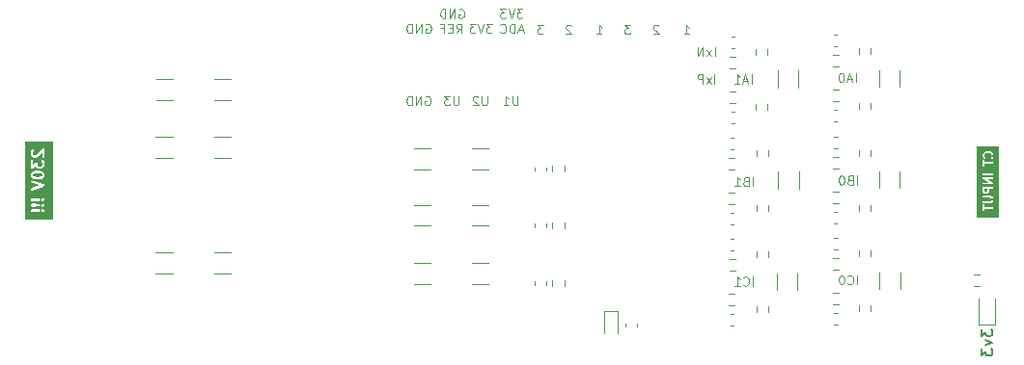
<source format=gbo>
G04 #@! TF.GenerationSoftware,KiCad,Pcbnew,7.0.0-da2b9df05c~163~ubuntu22.04.1*
G04 #@! TF.CreationDate,2023-02-25T14:43:59+01:00*
G04 #@! TF.ProjectId,power_board,706f7765-725f-4626-9f61-72642e6b6963,rev?*
G04 #@! TF.SameCoordinates,Original*
G04 #@! TF.FileFunction,Legend,Bot*
G04 #@! TF.FilePolarity,Positive*
%FSLAX46Y46*%
G04 Gerber Fmt 4.6, Leading zero omitted, Abs format (unit mm)*
G04 Created by KiCad (PCBNEW 7.0.0-da2b9df05c~163~ubuntu22.04.1) date 2023-02-25 14:43:59*
%MOMM*%
%LPD*%
G01*
G04 APERTURE LIST*
%ADD10C,0.200000*%
%ADD11C,0.100000*%
%ADD12C,0.160000*%
%ADD13C,0.150000*%
%ADD14C,0.120000*%
G04 APERTURE END LIST*
D10*
G36*
X108629003Y-99729781D02*
G01*
X108699906Y-99765233D01*
X108724576Y-99789903D01*
X108754380Y-99849511D01*
X108754380Y-99897537D01*
X108724576Y-99957145D01*
X108699906Y-99981814D01*
X108629002Y-100017266D01*
X108461117Y-100059238D01*
X108247645Y-100059238D01*
X108079757Y-100017266D01*
X108008855Y-99981815D01*
X107984185Y-99957145D01*
X107954380Y-99897535D01*
X107954380Y-99849513D01*
X107984185Y-99789902D01*
X108008855Y-99765233D01*
X108079758Y-99729781D01*
X108247644Y-99687810D01*
X108461116Y-99687810D01*
X108629003Y-99729781D01*
G37*
G36*
X109679857Y-103828285D02*
G01*
X107294143Y-103828285D01*
X107294143Y-102989899D01*
X107750423Y-102989899D01*
X107752829Y-103000961D01*
X107751219Y-103012165D01*
X107755921Y-103022462D01*
X107756729Y-103033754D01*
X107761289Y-103039845D01*
X107762907Y-103047282D01*
X107770911Y-103055285D01*
X107775614Y-103065584D01*
X107785137Y-103071704D01*
X107791921Y-103080766D01*
X107799051Y-103083425D01*
X107821545Y-103105918D01*
X107829174Y-103119508D01*
X107854586Y-103132999D01*
X107879847Y-103146792D01*
X107880481Y-103146746D01*
X107881043Y-103147045D01*
X107909726Y-103144654D01*
X107938423Y-103142602D01*
X107938932Y-103142220D01*
X108473423Y-103097679D01*
X108479453Y-103098182D01*
X108483589Y-103097333D01*
X108487807Y-103097333D01*
X108491858Y-103096143D01*
X108496062Y-103095793D01*
X108501695Y-103093616D01*
X108522299Y-103089387D01*
X108525492Y-103086267D01*
X108529775Y-103085010D01*
X108532697Y-103081637D01*
X108536862Y-103080028D01*
X108549265Y-103063046D01*
X108564309Y-103048352D01*
X108565309Y-103044001D01*
X108568232Y-103040628D01*
X108568867Y-103036209D01*
X108571500Y-103032605D01*
X108572753Y-103011615D01*
X108577465Y-102991119D01*
X108577026Y-102989898D01*
X108655185Y-102989898D01*
X108657591Y-103000960D01*
X108655981Y-103012165D01*
X108660683Y-103022462D01*
X108661491Y-103033755D01*
X108666051Y-103039847D01*
X108667669Y-103047281D01*
X108675672Y-103055284D01*
X108680376Y-103065584D01*
X108689899Y-103071704D01*
X108696684Y-103080767D01*
X108703814Y-103083426D01*
X108730989Y-103110601D01*
X108744303Y-103128386D01*
X108765115Y-103136148D01*
X108784607Y-103146792D01*
X108792195Y-103146249D01*
X108799326Y-103148909D01*
X108821033Y-103144186D01*
X108843183Y-103142602D01*
X108849273Y-103138042D01*
X108856709Y-103136425D01*
X108872414Y-103120719D01*
X108890194Y-103107410D01*
X108892853Y-103100280D01*
X108907041Y-103086092D01*
X108910727Y-103085010D01*
X108922916Y-103070942D01*
X108937813Y-103059791D01*
X108941768Y-103049185D01*
X108949184Y-103040628D01*
X108950795Y-103029421D01*
X108956220Y-103019487D01*
X108955677Y-103011896D01*
X108958336Y-103004768D01*
X108955929Y-102993707D01*
X108957541Y-102982501D01*
X108952837Y-102972201D01*
X108952030Y-102960911D01*
X108947470Y-102954820D01*
X108945853Y-102947385D01*
X108937849Y-102939381D01*
X108933146Y-102929082D01*
X108923620Y-102922960D01*
X108916838Y-102913900D01*
X108909708Y-102911240D01*
X108882528Y-102884060D01*
X108869219Y-102866281D01*
X108848412Y-102858520D01*
X108828915Y-102847874D01*
X108821324Y-102848416D01*
X108814196Y-102845758D01*
X108792496Y-102850478D01*
X108770339Y-102852063D01*
X108764246Y-102856623D01*
X108756813Y-102858241D01*
X108741111Y-102873942D01*
X108723327Y-102887256D01*
X108720667Y-102894386D01*
X108706480Y-102908573D01*
X108702795Y-102909656D01*
X108690607Y-102923721D01*
X108675708Y-102934875D01*
X108671751Y-102945482D01*
X108664338Y-102954038D01*
X108662726Y-102965244D01*
X108657302Y-102975179D01*
X108657844Y-102982767D01*
X108655185Y-102989898D01*
X108577026Y-102989898D01*
X108575953Y-102986917D01*
X108576589Y-102982501D01*
X108574734Y-102978440D01*
X108575001Y-102973985D01*
X108564708Y-102955649D01*
X108557590Y-102935859D01*
X108554048Y-102933142D01*
X108552194Y-102929082D01*
X108548438Y-102926668D01*
X108546254Y-102922777D01*
X108527679Y-102912916D01*
X108510994Y-102900117D01*
X108506546Y-102899746D01*
X108502791Y-102897333D01*
X108498327Y-102897333D01*
X108494385Y-102895240D01*
X108473427Y-102896986D01*
X107924037Y-102851203D01*
X107909436Y-102845757D01*
X107881326Y-102851871D01*
X107853129Y-102857660D01*
X107852673Y-102858105D01*
X107852053Y-102858240D01*
X107831713Y-102878579D01*
X107811119Y-102898696D01*
X107810976Y-102899315D01*
X107801717Y-102908574D01*
X107798033Y-102909656D01*
X107785843Y-102923723D01*
X107770946Y-102934876D01*
X107766990Y-102945481D01*
X107759576Y-102954038D01*
X107757965Y-102965242D01*
X107752540Y-102975178D01*
X107753082Y-102982767D01*
X107750423Y-102989899D01*
X107294143Y-102989899D01*
X107294143Y-102513709D01*
X107750423Y-102513709D01*
X107752829Y-102524771D01*
X107751219Y-102535975D01*
X107755921Y-102546272D01*
X107756729Y-102557564D01*
X107761289Y-102563655D01*
X107762907Y-102571092D01*
X107770911Y-102579095D01*
X107775614Y-102589394D01*
X107785137Y-102595514D01*
X107791921Y-102604576D01*
X107799051Y-102607235D01*
X107821545Y-102629728D01*
X107829174Y-102643318D01*
X107854586Y-102656809D01*
X107879847Y-102670602D01*
X107880481Y-102670556D01*
X107881043Y-102670855D01*
X107909726Y-102668464D01*
X107938423Y-102666412D01*
X107938932Y-102666030D01*
X108473423Y-102621489D01*
X108479453Y-102621992D01*
X108483589Y-102621143D01*
X108487807Y-102621143D01*
X108491858Y-102619953D01*
X108496062Y-102619603D01*
X108501695Y-102617426D01*
X108522299Y-102613197D01*
X108525492Y-102610077D01*
X108529775Y-102608820D01*
X108532697Y-102605447D01*
X108536862Y-102603838D01*
X108549265Y-102586856D01*
X108564309Y-102572162D01*
X108565309Y-102567811D01*
X108568232Y-102564438D01*
X108568867Y-102560019D01*
X108571500Y-102556415D01*
X108572753Y-102535425D01*
X108577465Y-102514929D01*
X108577026Y-102513708D01*
X108655185Y-102513708D01*
X108657591Y-102524770D01*
X108655981Y-102535975D01*
X108660683Y-102546272D01*
X108661491Y-102557565D01*
X108666051Y-102563657D01*
X108667669Y-102571091D01*
X108675672Y-102579094D01*
X108680376Y-102589394D01*
X108689899Y-102595514D01*
X108696684Y-102604577D01*
X108703814Y-102607236D01*
X108730989Y-102634411D01*
X108744303Y-102652196D01*
X108765115Y-102659958D01*
X108784607Y-102670602D01*
X108792195Y-102670059D01*
X108799326Y-102672719D01*
X108821033Y-102667996D01*
X108843183Y-102666412D01*
X108849273Y-102661852D01*
X108856709Y-102660235D01*
X108872414Y-102644529D01*
X108890194Y-102631220D01*
X108892853Y-102624090D01*
X108907041Y-102609902D01*
X108910727Y-102608820D01*
X108922916Y-102594752D01*
X108937813Y-102583601D01*
X108941768Y-102572995D01*
X108949184Y-102564438D01*
X108950795Y-102553231D01*
X108956220Y-102543297D01*
X108955677Y-102535706D01*
X108958336Y-102528578D01*
X108955929Y-102517517D01*
X108957541Y-102506311D01*
X108952837Y-102496011D01*
X108952030Y-102484721D01*
X108947470Y-102478630D01*
X108945853Y-102471195D01*
X108937849Y-102463191D01*
X108933146Y-102452892D01*
X108923620Y-102446770D01*
X108916838Y-102437710D01*
X108909708Y-102435050D01*
X108882528Y-102407870D01*
X108869219Y-102390091D01*
X108848412Y-102382330D01*
X108828915Y-102371684D01*
X108821324Y-102372226D01*
X108814196Y-102369568D01*
X108792496Y-102374288D01*
X108770339Y-102375873D01*
X108764246Y-102380433D01*
X108756813Y-102382051D01*
X108741111Y-102397752D01*
X108723327Y-102411066D01*
X108720667Y-102418196D01*
X108706480Y-102432383D01*
X108702795Y-102433466D01*
X108690607Y-102447531D01*
X108675708Y-102458685D01*
X108671751Y-102469292D01*
X108664338Y-102477848D01*
X108662726Y-102489054D01*
X108657302Y-102498989D01*
X108657844Y-102506577D01*
X108655185Y-102513708D01*
X108577026Y-102513708D01*
X108575953Y-102510727D01*
X108576589Y-102506311D01*
X108574734Y-102502250D01*
X108575001Y-102497795D01*
X108564708Y-102479459D01*
X108557590Y-102459669D01*
X108554048Y-102456952D01*
X108552194Y-102452892D01*
X108548438Y-102450478D01*
X108546254Y-102446587D01*
X108527679Y-102436726D01*
X108510994Y-102423927D01*
X108506546Y-102423556D01*
X108502791Y-102421143D01*
X108498327Y-102421143D01*
X108494385Y-102419050D01*
X108473427Y-102420796D01*
X107924037Y-102375013D01*
X107909436Y-102369567D01*
X107881326Y-102375681D01*
X107853129Y-102381470D01*
X107852673Y-102381915D01*
X107852053Y-102382050D01*
X107831713Y-102402389D01*
X107811119Y-102422506D01*
X107810976Y-102423125D01*
X107801717Y-102432384D01*
X107798033Y-102433466D01*
X107785843Y-102447533D01*
X107770946Y-102458686D01*
X107766990Y-102469291D01*
X107759576Y-102477848D01*
X107757965Y-102489052D01*
X107752540Y-102498988D01*
X107753082Y-102506577D01*
X107750423Y-102513709D01*
X107294143Y-102513709D01*
X107294143Y-102037519D01*
X107750423Y-102037519D01*
X107752829Y-102048581D01*
X107751219Y-102059785D01*
X107755921Y-102070082D01*
X107756729Y-102081374D01*
X107761289Y-102087465D01*
X107762907Y-102094902D01*
X107770911Y-102102905D01*
X107775614Y-102113204D01*
X107785137Y-102119324D01*
X107791921Y-102128386D01*
X107799051Y-102131045D01*
X107821545Y-102153538D01*
X107829174Y-102167128D01*
X107854586Y-102180619D01*
X107879847Y-102194412D01*
X107880481Y-102194366D01*
X107881043Y-102194665D01*
X107909726Y-102192274D01*
X107938423Y-102190222D01*
X107938932Y-102189840D01*
X108473423Y-102145299D01*
X108479453Y-102145802D01*
X108483589Y-102144953D01*
X108487807Y-102144953D01*
X108491858Y-102143763D01*
X108496062Y-102143413D01*
X108501695Y-102141236D01*
X108522299Y-102137007D01*
X108525492Y-102133887D01*
X108529775Y-102132630D01*
X108532697Y-102129257D01*
X108536862Y-102127648D01*
X108549265Y-102110666D01*
X108564309Y-102095972D01*
X108565309Y-102091621D01*
X108568232Y-102088248D01*
X108568867Y-102083829D01*
X108571500Y-102080225D01*
X108572753Y-102059235D01*
X108577465Y-102038739D01*
X108577026Y-102037518D01*
X108655185Y-102037518D01*
X108657591Y-102048580D01*
X108655981Y-102059785D01*
X108660683Y-102070082D01*
X108661491Y-102081375D01*
X108666051Y-102087467D01*
X108667669Y-102094901D01*
X108675672Y-102102904D01*
X108680376Y-102113204D01*
X108689899Y-102119324D01*
X108696684Y-102128387D01*
X108703814Y-102131046D01*
X108730989Y-102158221D01*
X108744303Y-102176006D01*
X108765115Y-102183768D01*
X108784607Y-102194412D01*
X108792195Y-102193869D01*
X108799326Y-102196529D01*
X108821033Y-102191806D01*
X108843183Y-102190222D01*
X108849273Y-102185662D01*
X108856709Y-102184045D01*
X108872414Y-102168339D01*
X108890194Y-102155030D01*
X108892853Y-102147900D01*
X108907041Y-102133712D01*
X108910727Y-102132630D01*
X108922916Y-102118562D01*
X108937813Y-102107411D01*
X108941768Y-102096805D01*
X108949184Y-102088248D01*
X108950795Y-102077041D01*
X108956220Y-102067107D01*
X108955677Y-102059516D01*
X108958336Y-102052388D01*
X108955929Y-102041327D01*
X108957541Y-102030121D01*
X108952837Y-102019821D01*
X108952030Y-102008531D01*
X108947470Y-102002440D01*
X108945853Y-101995005D01*
X108937849Y-101987001D01*
X108933146Y-101976702D01*
X108923620Y-101970580D01*
X108916838Y-101961520D01*
X108909708Y-101958860D01*
X108882528Y-101931680D01*
X108869219Y-101913901D01*
X108848412Y-101906140D01*
X108828915Y-101895494D01*
X108821324Y-101896036D01*
X108814196Y-101893378D01*
X108792496Y-101898098D01*
X108770339Y-101899683D01*
X108764246Y-101904243D01*
X108756813Y-101905861D01*
X108741111Y-101921562D01*
X108723327Y-101934876D01*
X108720667Y-101942006D01*
X108706480Y-101956193D01*
X108702795Y-101957276D01*
X108690607Y-101971341D01*
X108675708Y-101982495D01*
X108671751Y-101993102D01*
X108664338Y-102001658D01*
X108662726Y-102012864D01*
X108657302Y-102022799D01*
X108657844Y-102030387D01*
X108655185Y-102037518D01*
X108577026Y-102037518D01*
X108575953Y-102034537D01*
X108576589Y-102030121D01*
X108574734Y-102026060D01*
X108575001Y-102021605D01*
X108564708Y-102003269D01*
X108557590Y-101983479D01*
X108554048Y-101980762D01*
X108552194Y-101976702D01*
X108548438Y-101974288D01*
X108546254Y-101970397D01*
X108527679Y-101960536D01*
X108510994Y-101947737D01*
X108506546Y-101947366D01*
X108502791Y-101944953D01*
X108498327Y-101944953D01*
X108494385Y-101942860D01*
X108473427Y-101944606D01*
X107924037Y-101898823D01*
X107909436Y-101893377D01*
X107881326Y-101899491D01*
X107853129Y-101905280D01*
X107852673Y-101905725D01*
X107852053Y-101905860D01*
X107831713Y-101926199D01*
X107811119Y-101946316D01*
X107810976Y-101946935D01*
X107801717Y-101956194D01*
X107798033Y-101957276D01*
X107785843Y-101971343D01*
X107770946Y-101982496D01*
X107766990Y-101993101D01*
X107759576Y-102001658D01*
X107757965Y-102012862D01*
X107752540Y-102022798D01*
X107753082Y-102030387D01*
X107750423Y-102037519D01*
X107294143Y-102037519D01*
X107294143Y-101100525D01*
X107750750Y-101100525D01*
X107761203Y-101158312D01*
X107801239Y-101201276D01*
X107858147Y-101215773D01*
X108868840Y-100878874D01*
X108880109Y-100879282D01*
X108896160Y-100869767D01*
X108899643Y-100868607D01*
X108908475Y-100862468D01*
X108930627Y-100849339D01*
X108932368Y-100845863D01*
X108935561Y-100843645D01*
X108945405Y-100819848D01*
X108956937Y-100796837D01*
X108956523Y-100792973D01*
X108958010Y-100789380D01*
X108953426Y-100764042D01*
X108950686Y-100738445D01*
X108948247Y-100735416D01*
X108947556Y-100731593D01*
X108930009Y-100712763D01*
X108913859Y-100692703D01*
X108910170Y-100691473D01*
X108907521Y-100688630D01*
X108882570Y-100682273D01*
X107872362Y-100345538D01*
X107828650Y-100343957D01*
X107778132Y-100373900D01*
X107751823Y-100426402D01*
X107758073Y-100484794D01*
X107794901Y-100530536D01*
X108538151Y-100778285D01*
X107809116Y-101021298D01*
X107773199Y-101046260D01*
X107750750Y-101100525D01*
X107294143Y-101100525D01*
X107294143Y-99837092D01*
X107750760Y-99837092D01*
X107754380Y-99845820D01*
X107754380Y-99915759D01*
X107751806Y-99939602D01*
X107760944Y-99957879D01*
X107766703Y-99977490D01*
X107773844Y-99983677D01*
X107806950Y-100049889D01*
X107810527Y-100066329D01*
X107829997Y-100085799D01*
X107848779Y-100105990D01*
X107850672Y-100106474D01*
X107870042Y-100125844D01*
X107878635Y-100140311D01*
X107903271Y-100152629D01*
X107927465Y-100165840D01*
X107929413Y-100165700D01*
X107984203Y-100193095D01*
X107992117Y-100201512D01*
X108009955Y-100205971D01*
X108012996Y-100207492D01*
X108023850Y-100209445D01*
X108195113Y-100252261D01*
X108205970Y-100259238D01*
X108223021Y-100259238D01*
X108225029Y-100259740D01*
X108237375Y-100259238D01*
X108456969Y-100259238D01*
X108469195Y-100263374D01*
X108485739Y-100259238D01*
X108487807Y-100259238D01*
X108499657Y-100255758D01*
X108670877Y-100212953D01*
X108682362Y-100214193D01*
X108698805Y-100205971D01*
X108702107Y-100205146D01*
X108711627Y-100199560D01*
X108792647Y-100159050D01*
X108809090Y-100155473D01*
X108828569Y-100135993D01*
X108848750Y-100117222D01*
X108849234Y-100115328D01*
X108868605Y-100095957D01*
X108883072Y-100087365D01*
X108895390Y-100062728D01*
X108908601Y-100038535D01*
X108908461Y-100036586D01*
X108941414Y-99970681D01*
X108954380Y-99950506D01*
X108954380Y-99930071D01*
X108958000Y-99909955D01*
X108954380Y-99901227D01*
X108954380Y-99831289D01*
X108956954Y-99807446D01*
X108947815Y-99789168D01*
X108942057Y-99769558D01*
X108934915Y-99763370D01*
X108901810Y-99697159D01*
X108898234Y-99680719D01*
X108878759Y-99661244D01*
X108859983Y-99641058D01*
X108858088Y-99640573D01*
X108838718Y-99621203D01*
X108830126Y-99606737D01*
X108805491Y-99594419D01*
X108781296Y-99581208D01*
X108779346Y-99581347D01*
X108724558Y-99553953D01*
X108716644Y-99545536D01*
X108698804Y-99541076D01*
X108695764Y-99539556D01*
X108684912Y-99537603D01*
X108513647Y-99494786D01*
X108502791Y-99487810D01*
X108485740Y-99487810D01*
X108483732Y-99487308D01*
X108471386Y-99487810D01*
X108251792Y-99487810D01*
X108239566Y-99483674D01*
X108223022Y-99487810D01*
X108220954Y-99487810D01*
X108209103Y-99491289D01*
X108037882Y-99534094D01*
X108026398Y-99532855D01*
X108009954Y-99541076D01*
X108006654Y-99541902D01*
X107997137Y-99547485D01*
X107916111Y-99587998D01*
X107899671Y-99591575D01*
X107880196Y-99611049D01*
X107860010Y-99629826D01*
X107859525Y-99631720D01*
X107840156Y-99651089D01*
X107825690Y-99659682D01*
X107813373Y-99684314D01*
X107800160Y-99708513D01*
X107800299Y-99710461D01*
X107767346Y-99776365D01*
X107754380Y-99796542D01*
X107754380Y-99816977D01*
X107750760Y-99837092D01*
X107294143Y-99837092D01*
X107294143Y-99177978D01*
X107754239Y-99177978D01*
X107754380Y-99207134D01*
X107754380Y-99221236D01*
X107754449Y-99221472D01*
X107754523Y-99236703D01*
X107762550Y-99249062D01*
X107766703Y-99263204D01*
X107778214Y-99273178D01*
X107786510Y-99285951D01*
X107799945Y-99292008D01*
X107811085Y-99301661D01*
X107826160Y-99303828D01*
X107840046Y-99310089D01*
X107854624Y-99307920D01*
X107869212Y-99310018D01*
X107883067Y-99303690D01*
X107898132Y-99301450D01*
X107909221Y-99291746D01*
X107922631Y-99285623D01*
X107930867Y-99272806D01*
X108153621Y-99077897D01*
X108154797Y-99078916D01*
X108187901Y-99145124D01*
X108191479Y-99161567D01*
X108210958Y-99181046D01*
X108229730Y-99201227D01*
X108231623Y-99201711D01*
X108250994Y-99221082D01*
X108259587Y-99235549D01*
X108284223Y-99247867D01*
X108308417Y-99261078D01*
X108310365Y-99260938D01*
X108376270Y-99293891D01*
X108396446Y-99306857D01*
X108416881Y-99306857D01*
X108436997Y-99310477D01*
X108445725Y-99306857D01*
X108658519Y-99306857D01*
X108682362Y-99309431D01*
X108700638Y-99300292D01*
X108720251Y-99294534D01*
X108726439Y-99287392D01*
X108792647Y-99254288D01*
X108809090Y-99250711D01*
X108828569Y-99231231D01*
X108848750Y-99212460D01*
X108849234Y-99210566D01*
X108868605Y-99191195D01*
X108883072Y-99182603D01*
X108895390Y-99157966D01*
X108908601Y-99133773D01*
X108908461Y-99131824D01*
X108941414Y-99065919D01*
X108954380Y-99045744D01*
X108954380Y-99025309D01*
X108958000Y-99005193D01*
X108954380Y-98996465D01*
X108954380Y-98736051D01*
X108956954Y-98712208D01*
X108947815Y-98693930D01*
X108942057Y-98674320D01*
X108934915Y-98668132D01*
X108901810Y-98601921D01*
X108898234Y-98585481D01*
X108878759Y-98566006D01*
X108859983Y-98545820D01*
X108858088Y-98545335D01*
X108819685Y-98506932D01*
X108781296Y-98485970D01*
X108722720Y-98490159D01*
X108675708Y-98525352D01*
X108655185Y-98580375D01*
X108667669Y-98637758D01*
X108724576Y-98694665D01*
X108754380Y-98754273D01*
X108754380Y-98992775D01*
X108724576Y-99052383D01*
X108699906Y-99077052D01*
X108640298Y-99106857D01*
X108449415Y-99106857D01*
X108389807Y-99077053D01*
X108365137Y-99052383D01*
X108335333Y-98992775D01*
X108335333Y-98902625D01*
X108335474Y-98902403D01*
X108335333Y-98873144D01*
X108335333Y-98859145D01*
X108335264Y-98858911D01*
X108335191Y-98843678D01*
X108327161Y-98831316D01*
X108323010Y-98817177D01*
X108311499Y-98807203D01*
X108303203Y-98794430D01*
X108289767Y-98788372D01*
X108278628Y-98778720D01*
X108263552Y-98776552D01*
X108249667Y-98770292D01*
X108235087Y-98772460D01*
X108220501Y-98770363D01*
X108206647Y-98776689D01*
X108191581Y-98778930D01*
X108180489Y-98788635D01*
X108167082Y-98794758D01*
X108158846Y-98807572D01*
X107954380Y-98986480D01*
X107954380Y-98573431D01*
X107942057Y-98531463D01*
X107897675Y-98493006D01*
X107839548Y-98484649D01*
X107786129Y-98509044D01*
X107754380Y-98558447D01*
X107754380Y-99177756D01*
X107754239Y-99177978D01*
X107294143Y-99177978D01*
X107294143Y-97837092D01*
X107750760Y-97837092D01*
X107754380Y-97845820D01*
X107754380Y-98058616D01*
X107751806Y-98082459D01*
X107760944Y-98100736D01*
X107766703Y-98120347D01*
X107773844Y-98126534D01*
X107806950Y-98192746D01*
X107810527Y-98209186D01*
X107829997Y-98228656D01*
X107848779Y-98248847D01*
X107850672Y-98249331D01*
X107870042Y-98268701D01*
X107878635Y-98283168D01*
X107903271Y-98295486D01*
X107927465Y-98308697D01*
X107929413Y-98308557D01*
X107995318Y-98341510D01*
X108015494Y-98354476D01*
X108035929Y-98354476D01*
X108056045Y-98358096D01*
X108064773Y-98354476D01*
X108127555Y-98354476D01*
X108143862Y-98358630D01*
X108170001Y-98349916D01*
X108196442Y-98342153D01*
X108197721Y-98340676D01*
X108309462Y-98303429D01*
X108332900Y-98298330D01*
X108347350Y-98283879D01*
X108364133Y-98272216D01*
X108367744Y-98263485D01*
X108754380Y-97876850D01*
X108754380Y-98268855D01*
X108766703Y-98310823D01*
X108811085Y-98349280D01*
X108869212Y-98357637D01*
X108922631Y-98333242D01*
X108954380Y-98283839D01*
X108954380Y-97660953D01*
X108956220Y-97657583D01*
X108954380Y-97631854D01*
X108954380Y-97621050D01*
X108953358Y-97617571D01*
X108952031Y-97599007D01*
X108945246Y-97589944D01*
X108942057Y-97579082D01*
X108927990Y-97566893D01*
X108916838Y-97551996D01*
X108906232Y-97548040D01*
X108897675Y-97540625D01*
X108879252Y-97537976D01*
X108861815Y-97531472D01*
X108850752Y-97533878D01*
X108839548Y-97532268D01*
X108822617Y-97539999D01*
X108804432Y-97543956D01*
X108796428Y-97551959D01*
X108786129Y-97556663D01*
X108776065Y-97572322D01*
X108228934Y-98119453D01*
X108123868Y-98154476D01*
X108068463Y-98154476D01*
X108008855Y-98124672D01*
X107984185Y-98100002D01*
X107954380Y-98040392D01*
X107954380Y-97849513D01*
X107984185Y-97789902D01*
X108030497Y-97743591D01*
X108051459Y-97705202D01*
X108047269Y-97646626D01*
X108012077Y-97599615D01*
X107957054Y-97579092D01*
X107899671Y-97591575D01*
X107840156Y-97651089D01*
X107825690Y-97659682D01*
X107813373Y-97684314D01*
X107800160Y-97708513D01*
X107800299Y-97710461D01*
X107767346Y-97776365D01*
X107754380Y-97796542D01*
X107754380Y-97816977D01*
X107750760Y-97837092D01*
X107294143Y-97837092D01*
X107294143Y-96899715D01*
X109679857Y-96899715D01*
X109679857Y-103828285D01*
G37*
D11*
X180245523Y-100714904D02*
X180245523Y-99914904D01*
X179597905Y-100295857D02*
X179483619Y-100333952D01*
X179483619Y-100333952D02*
X179445524Y-100372047D01*
X179445524Y-100372047D02*
X179407428Y-100448238D01*
X179407428Y-100448238D02*
X179407428Y-100562523D01*
X179407428Y-100562523D02*
X179445524Y-100638714D01*
X179445524Y-100638714D02*
X179483619Y-100676809D01*
X179483619Y-100676809D02*
X179559809Y-100714904D01*
X179559809Y-100714904D02*
X179864571Y-100714904D01*
X179864571Y-100714904D02*
X179864571Y-99914904D01*
X179864571Y-99914904D02*
X179597905Y-99914904D01*
X179597905Y-99914904D02*
X179521714Y-99953000D01*
X179521714Y-99953000D02*
X179483619Y-99991095D01*
X179483619Y-99991095D02*
X179445524Y-100067285D01*
X179445524Y-100067285D02*
X179445524Y-100143476D01*
X179445524Y-100143476D02*
X179483619Y-100219666D01*
X179483619Y-100219666D02*
X179521714Y-100257761D01*
X179521714Y-100257761D02*
X179597905Y-100295857D01*
X179597905Y-100295857D02*
X179864571Y-100295857D01*
X178912190Y-99914904D02*
X178836000Y-99914904D01*
X178836000Y-99914904D02*
X178759809Y-99953000D01*
X178759809Y-99953000D02*
X178721714Y-99991095D01*
X178721714Y-99991095D02*
X178683619Y-100067285D01*
X178683619Y-100067285D02*
X178645524Y-100219666D01*
X178645524Y-100219666D02*
X178645524Y-100410142D01*
X178645524Y-100410142D02*
X178683619Y-100562523D01*
X178683619Y-100562523D02*
X178721714Y-100638714D01*
X178721714Y-100638714D02*
X178759809Y-100676809D01*
X178759809Y-100676809D02*
X178836000Y-100714904D01*
X178836000Y-100714904D02*
X178912190Y-100714904D01*
X178912190Y-100714904D02*
X178988381Y-100676809D01*
X178988381Y-100676809D02*
X179026476Y-100638714D01*
X179026476Y-100638714D02*
X179064571Y-100562523D01*
X179064571Y-100562523D02*
X179102667Y-100410142D01*
X179102667Y-100410142D02*
X179102667Y-100219666D01*
X179102667Y-100219666D02*
X179064571Y-100067285D01*
X179064571Y-100067285D02*
X179026476Y-99991095D01*
X179026476Y-99991095D02*
X178988381Y-99953000D01*
X178988381Y-99953000D02*
X178912190Y-99914904D01*
X167723094Y-91824904D02*
X167723094Y-91024904D01*
X167418333Y-91824904D02*
X166999285Y-91291571D01*
X167418333Y-91291571D02*
X166999285Y-91824904D01*
X166694523Y-91824904D02*
X166694523Y-91024904D01*
X166694523Y-91024904D02*
X166389761Y-91024904D01*
X166389761Y-91024904D02*
X166313571Y-91063000D01*
X166313571Y-91063000D02*
X166275476Y-91101095D01*
X166275476Y-91101095D02*
X166237380Y-91177285D01*
X166237380Y-91177285D02*
X166237380Y-91291571D01*
X166237380Y-91291571D02*
X166275476Y-91367761D01*
X166275476Y-91367761D02*
X166313571Y-91405857D01*
X166313571Y-91405857D02*
X166389761Y-91443952D01*
X166389761Y-91443952D02*
X166694523Y-91443952D01*
X145294923Y-92929904D02*
X145294923Y-93577523D01*
X145294923Y-93577523D02*
X145256828Y-93653714D01*
X145256828Y-93653714D02*
X145218733Y-93691809D01*
X145218733Y-93691809D02*
X145142542Y-93729904D01*
X145142542Y-93729904D02*
X144990161Y-93729904D01*
X144990161Y-93729904D02*
X144913971Y-93691809D01*
X144913971Y-93691809D02*
X144875876Y-93653714D01*
X144875876Y-93653714D02*
X144837780Y-93577523D01*
X144837780Y-93577523D02*
X144837780Y-92929904D01*
X144533019Y-92929904D02*
X144037781Y-92929904D01*
X144037781Y-92929904D02*
X144304447Y-93234666D01*
X144304447Y-93234666D02*
X144190162Y-93234666D01*
X144190162Y-93234666D02*
X144113971Y-93272761D01*
X144113971Y-93272761D02*
X144075876Y-93310857D01*
X144075876Y-93310857D02*
X144037781Y-93387047D01*
X144037781Y-93387047D02*
X144037781Y-93577523D01*
X144037781Y-93577523D02*
X144075876Y-93653714D01*
X144075876Y-93653714D02*
X144113971Y-93691809D01*
X144113971Y-93691809D02*
X144190162Y-93729904D01*
X144190162Y-93729904D02*
X144418733Y-93729904D01*
X144418733Y-93729904D02*
X144494924Y-93691809D01*
X144494924Y-93691809D02*
X144533019Y-93653714D01*
X155151924Y-86755895D02*
X155113828Y-86717800D01*
X155113828Y-86717800D02*
X155037638Y-86679704D01*
X155037638Y-86679704D02*
X154847162Y-86679704D01*
X154847162Y-86679704D02*
X154770971Y-86717800D01*
X154770971Y-86717800D02*
X154732876Y-86755895D01*
X154732876Y-86755895D02*
X154694781Y-86832085D01*
X154694781Y-86832085D02*
X154694781Y-86908276D01*
X154694781Y-86908276D02*
X154732876Y-87022561D01*
X154732876Y-87022561D02*
X155190019Y-87479704D01*
X155190019Y-87479704D02*
X154694781Y-87479704D01*
X171101523Y-100841904D02*
X171101523Y-100041904D01*
X170453905Y-100422857D02*
X170339619Y-100460952D01*
X170339619Y-100460952D02*
X170301524Y-100499047D01*
X170301524Y-100499047D02*
X170263428Y-100575238D01*
X170263428Y-100575238D02*
X170263428Y-100689523D01*
X170263428Y-100689523D02*
X170301524Y-100765714D01*
X170301524Y-100765714D02*
X170339619Y-100803809D01*
X170339619Y-100803809D02*
X170415809Y-100841904D01*
X170415809Y-100841904D02*
X170720571Y-100841904D01*
X170720571Y-100841904D02*
X170720571Y-100041904D01*
X170720571Y-100041904D02*
X170453905Y-100041904D01*
X170453905Y-100041904D02*
X170377714Y-100080000D01*
X170377714Y-100080000D02*
X170339619Y-100118095D01*
X170339619Y-100118095D02*
X170301524Y-100194285D01*
X170301524Y-100194285D02*
X170301524Y-100270476D01*
X170301524Y-100270476D02*
X170339619Y-100346666D01*
X170339619Y-100346666D02*
X170377714Y-100384761D01*
X170377714Y-100384761D02*
X170453905Y-100422857D01*
X170453905Y-100422857D02*
X170720571Y-100422857D01*
X169501524Y-100841904D02*
X169958667Y-100841904D01*
X169730095Y-100841904D02*
X169730095Y-100041904D01*
X169730095Y-100041904D02*
X169806286Y-100156190D01*
X169806286Y-100156190D02*
X169882476Y-100232380D01*
X169882476Y-100232380D02*
X169958667Y-100270476D01*
X145347371Y-85320200D02*
X145423561Y-85282104D01*
X145423561Y-85282104D02*
X145537847Y-85282104D01*
X145537847Y-85282104D02*
X145652133Y-85320200D01*
X145652133Y-85320200D02*
X145728323Y-85396390D01*
X145728323Y-85396390D02*
X145766418Y-85472580D01*
X145766418Y-85472580D02*
X145804514Y-85624961D01*
X145804514Y-85624961D02*
X145804514Y-85739247D01*
X145804514Y-85739247D02*
X145766418Y-85891628D01*
X145766418Y-85891628D02*
X145728323Y-85967819D01*
X145728323Y-85967819D02*
X145652133Y-86044009D01*
X145652133Y-86044009D02*
X145537847Y-86082104D01*
X145537847Y-86082104D02*
X145461656Y-86082104D01*
X145461656Y-86082104D02*
X145347371Y-86044009D01*
X145347371Y-86044009D02*
X145309275Y-86005914D01*
X145309275Y-86005914D02*
X145309275Y-85739247D01*
X145309275Y-85739247D02*
X145461656Y-85739247D01*
X144966418Y-86082104D02*
X144966418Y-85282104D01*
X144966418Y-85282104D02*
X144509275Y-86082104D01*
X144509275Y-86082104D02*
X144509275Y-85282104D01*
X144128323Y-86082104D02*
X144128323Y-85282104D01*
X144128323Y-85282104D02*
X143937847Y-85282104D01*
X143937847Y-85282104D02*
X143823561Y-85320200D01*
X143823561Y-85320200D02*
X143747371Y-85396390D01*
X143747371Y-85396390D02*
X143709276Y-85472580D01*
X143709276Y-85472580D02*
X143671180Y-85624961D01*
X143671180Y-85624961D02*
X143671180Y-85739247D01*
X143671180Y-85739247D02*
X143709276Y-85891628D01*
X143709276Y-85891628D02*
X143747371Y-85967819D01*
X143747371Y-85967819D02*
X143823561Y-86044009D01*
X143823561Y-86044009D02*
X143937847Y-86082104D01*
X143937847Y-86082104D02*
X144128323Y-86082104D01*
X145080704Y-87378104D02*
X145347371Y-86997152D01*
X145537847Y-87378104D02*
X145537847Y-86578104D01*
X145537847Y-86578104D02*
X145233085Y-86578104D01*
X145233085Y-86578104D02*
X145156895Y-86616200D01*
X145156895Y-86616200D02*
X145118800Y-86654295D01*
X145118800Y-86654295D02*
X145080704Y-86730485D01*
X145080704Y-86730485D02*
X145080704Y-86844771D01*
X145080704Y-86844771D02*
X145118800Y-86920961D01*
X145118800Y-86920961D02*
X145156895Y-86959057D01*
X145156895Y-86959057D02*
X145233085Y-86997152D01*
X145233085Y-86997152D02*
X145537847Y-86997152D01*
X144737847Y-86959057D02*
X144471181Y-86959057D01*
X144356895Y-87378104D02*
X144737847Y-87378104D01*
X144737847Y-87378104D02*
X144737847Y-86578104D01*
X144737847Y-86578104D02*
X144356895Y-86578104D01*
X143747371Y-86959057D02*
X144014037Y-86959057D01*
X144014037Y-87378104D02*
X144014037Y-86578104D01*
X144014037Y-86578104D02*
X143633085Y-86578104D01*
X180245523Y-109477904D02*
X180245523Y-108677904D01*
X179407428Y-109401714D02*
X179445524Y-109439809D01*
X179445524Y-109439809D02*
X179559809Y-109477904D01*
X179559809Y-109477904D02*
X179636000Y-109477904D01*
X179636000Y-109477904D02*
X179750286Y-109439809D01*
X179750286Y-109439809D02*
X179826476Y-109363619D01*
X179826476Y-109363619D02*
X179864571Y-109287428D01*
X179864571Y-109287428D02*
X179902667Y-109135047D01*
X179902667Y-109135047D02*
X179902667Y-109020761D01*
X179902667Y-109020761D02*
X179864571Y-108868380D01*
X179864571Y-108868380D02*
X179826476Y-108792190D01*
X179826476Y-108792190D02*
X179750286Y-108716000D01*
X179750286Y-108716000D02*
X179636000Y-108677904D01*
X179636000Y-108677904D02*
X179559809Y-108677904D01*
X179559809Y-108677904D02*
X179445524Y-108716000D01*
X179445524Y-108716000D02*
X179407428Y-108754095D01*
X178912190Y-108677904D02*
X178836000Y-108677904D01*
X178836000Y-108677904D02*
X178759809Y-108716000D01*
X178759809Y-108716000D02*
X178721714Y-108754095D01*
X178721714Y-108754095D02*
X178683619Y-108830285D01*
X178683619Y-108830285D02*
X178645524Y-108982666D01*
X178645524Y-108982666D02*
X178645524Y-109173142D01*
X178645524Y-109173142D02*
X178683619Y-109325523D01*
X178683619Y-109325523D02*
X178721714Y-109401714D01*
X178721714Y-109401714D02*
X178759809Y-109439809D01*
X178759809Y-109439809D02*
X178836000Y-109477904D01*
X178836000Y-109477904D02*
X178912190Y-109477904D01*
X178912190Y-109477904D02*
X178988381Y-109439809D01*
X178988381Y-109439809D02*
X179026476Y-109401714D01*
X179026476Y-109401714D02*
X179064571Y-109325523D01*
X179064571Y-109325523D02*
X179102667Y-109173142D01*
X179102667Y-109173142D02*
X179102667Y-108982666D01*
X179102667Y-108982666D02*
X179064571Y-108830285D01*
X179064571Y-108830285D02*
X179026476Y-108754095D01*
X179026476Y-108754095D02*
X178988381Y-108716000D01*
X178988381Y-108716000D02*
X178912190Y-108677904D01*
X147784123Y-92929904D02*
X147784123Y-93577523D01*
X147784123Y-93577523D02*
X147746028Y-93653714D01*
X147746028Y-93653714D02*
X147707933Y-93691809D01*
X147707933Y-93691809D02*
X147631742Y-93729904D01*
X147631742Y-93729904D02*
X147479361Y-93729904D01*
X147479361Y-93729904D02*
X147403171Y-93691809D01*
X147403171Y-93691809D02*
X147365076Y-93653714D01*
X147365076Y-93653714D02*
X147326980Y-93577523D01*
X147326980Y-93577523D02*
X147326980Y-92929904D01*
X146984124Y-93006095D02*
X146946028Y-92968000D01*
X146946028Y-92968000D02*
X146869838Y-92929904D01*
X146869838Y-92929904D02*
X146679362Y-92929904D01*
X146679362Y-92929904D02*
X146603171Y-92968000D01*
X146603171Y-92968000D02*
X146565076Y-93006095D01*
X146565076Y-93006095D02*
X146526981Y-93082285D01*
X146526981Y-93082285D02*
X146526981Y-93158476D01*
X146526981Y-93158476D02*
X146565076Y-93272761D01*
X146565076Y-93272761D02*
X147022219Y-93729904D01*
X147022219Y-93729904D02*
X146526981Y-93729904D01*
X152700819Y-86679704D02*
X152205581Y-86679704D01*
X152205581Y-86679704D02*
X152472247Y-86984466D01*
X152472247Y-86984466D02*
X152357962Y-86984466D01*
X152357962Y-86984466D02*
X152281771Y-87022561D01*
X152281771Y-87022561D02*
X152243676Y-87060657D01*
X152243676Y-87060657D02*
X152205581Y-87136847D01*
X152205581Y-87136847D02*
X152205581Y-87327323D01*
X152205581Y-87327323D02*
X152243676Y-87403514D01*
X152243676Y-87403514D02*
X152281771Y-87441609D01*
X152281771Y-87441609D02*
X152357962Y-87479704D01*
X152357962Y-87479704D02*
X152586533Y-87479704D01*
X152586533Y-87479704D02*
X152662724Y-87441609D01*
X152662724Y-87441609D02*
X152700819Y-87403514D01*
X142386571Y-92968000D02*
X142462761Y-92929904D01*
X142462761Y-92929904D02*
X142577047Y-92929904D01*
X142577047Y-92929904D02*
X142691333Y-92968000D01*
X142691333Y-92968000D02*
X142767523Y-93044190D01*
X142767523Y-93044190D02*
X142805618Y-93120380D01*
X142805618Y-93120380D02*
X142843714Y-93272761D01*
X142843714Y-93272761D02*
X142843714Y-93387047D01*
X142843714Y-93387047D02*
X142805618Y-93539428D01*
X142805618Y-93539428D02*
X142767523Y-93615619D01*
X142767523Y-93615619D02*
X142691333Y-93691809D01*
X142691333Y-93691809D02*
X142577047Y-93729904D01*
X142577047Y-93729904D02*
X142500856Y-93729904D01*
X142500856Y-93729904D02*
X142386571Y-93691809D01*
X142386571Y-93691809D02*
X142348475Y-93653714D01*
X142348475Y-93653714D02*
X142348475Y-93387047D01*
X142348475Y-93387047D02*
X142500856Y-93387047D01*
X142005618Y-93729904D02*
X142005618Y-92929904D01*
X142005618Y-92929904D02*
X141548475Y-93729904D01*
X141548475Y-93729904D02*
X141548475Y-92929904D01*
X141167523Y-93729904D02*
X141167523Y-92929904D01*
X141167523Y-92929904D02*
X140977047Y-92929904D01*
X140977047Y-92929904D02*
X140862761Y-92968000D01*
X140862761Y-92968000D02*
X140786571Y-93044190D01*
X140786571Y-93044190D02*
X140748476Y-93120380D01*
X140748476Y-93120380D02*
X140710380Y-93272761D01*
X140710380Y-93272761D02*
X140710380Y-93387047D01*
X140710380Y-93387047D02*
X140748476Y-93539428D01*
X140748476Y-93539428D02*
X140786571Y-93615619D01*
X140786571Y-93615619D02*
X140862761Y-93691809D01*
X140862761Y-93691809D02*
X140977047Y-93729904D01*
X140977047Y-93729904D02*
X141167523Y-93729904D01*
X150476523Y-92929904D02*
X150476523Y-93577523D01*
X150476523Y-93577523D02*
X150438428Y-93653714D01*
X150438428Y-93653714D02*
X150400333Y-93691809D01*
X150400333Y-93691809D02*
X150324142Y-93729904D01*
X150324142Y-93729904D02*
X150171761Y-93729904D01*
X150171761Y-93729904D02*
X150095571Y-93691809D01*
X150095571Y-93691809D02*
X150057476Y-93653714D01*
X150057476Y-93653714D02*
X150019380Y-93577523D01*
X150019380Y-93577523D02*
X150019380Y-92929904D01*
X149219381Y-93729904D02*
X149676524Y-93729904D01*
X149447952Y-93729904D02*
X149447952Y-92929904D01*
X149447952Y-92929904D02*
X149524143Y-93044190D01*
X149524143Y-93044190D02*
X149600333Y-93120380D01*
X149600333Y-93120380D02*
X149676524Y-93158476D01*
X170974523Y-91824904D02*
X170974523Y-91024904D01*
X170631667Y-91596333D02*
X170250714Y-91596333D01*
X170707857Y-91824904D02*
X170441190Y-91024904D01*
X170441190Y-91024904D02*
X170174524Y-91824904D01*
X169488810Y-91824904D02*
X169945953Y-91824904D01*
X169717381Y-91824904D02*
X169717381Y-91024904D01*
X169717381Y-91024904D02*
X169793572Y-91139190D01*
X169793572Y-91139190D02*
X169869762Y-91215380D01*
X169869762Y-91215380D02*
X169945953Y-91253476D01*
X180118523Y-91697904D02*
X180118523Y-90897904D01*
X179775667Y-91469333D02*
X179394714Y-91469333D01*
X179851857Y-91697904D02*
X179585190Y-90897904D01*
X179585190Y-90897904D02*
X179318524Y-91697904D01*
X178899476Y-90897904D02*
X178823286Y-90897904D01*
X178823286Y-90897904D02*
X178747095Y-90936000D01*
X178747095Y-90936000D02*
X178709000Y-90974095D01*
X178709000Y-90974095D02*
X178670905Y-91050285D01*
X178670905Y-91050285D02*
X178632810Y-91202666D01*
X178632810Y-91202666D02*
X178632810Y-91393142D01*
X178632810Y-91393142D02*
X178670905Y-91545523D01*
X178670905Y-91545523D02*
X178709000Y-91621714D01*
X178709000Y-91621714D02*
X178747095Y-91659809D01*
X178747095Y-91659809D02*
X178823286Y-91697904D01*
X178823286Y-91697904D02*
X178899476Y-91697904D01*
X178899476Y-91697904D02*
X178975667Y-91659809D01*
X178975667Y-91659809D02*
X179013762Y-91621714D01*
X179013762Y-91621714D02*
X179051857Y-91545523D01*
X179051857Y-91545523D02*
X179089953Y-91393142D01*
X179089953Y-91393142D02*
X179089953Y-91202666D01*
X179089953Y-91202666D02*
X179051857Y-91050285D01*
X179051857Y-91050285D02*
X179013762Y-90974095D01*
X179013762Y-90974095D02*
X178975667Y-90936000D01*
X178975667Y-90936000D02*
X178899476Y-90897904D01*
X142411971Y-86618000D02*
X142488161Y-86579904D01*
X142488161Y-86579904D02*
X142602447Y-86579904D01*
X142602447Y-86579904D02*
X142716733Y-86618000D01*
X142716733Y-86618000D02*
X142792923Y-86694190D01*
X142792923Y-86694190D02*
X142831018Y-86770380D01*
X142831018Y-86770380D02*
X142869114Y-86922761D01*
X142869114Y-86922761D02*
X142869114Y-87037047D01*
X142869114Y-87037047D02*
X142831018Y-87189428D01*
X142831018Y-87189428D02*
X142792923Y-87265619D01*
X142792923Y-87265619D02*
X142716733Y-87341809D01*
X142716733Y-87341809D02*
X142602447Y-87379904D01*
X142602447Y-87379904D02*
X142526256Y-87379904D01*
X142526256Y-87379904D02*
X142411971Y-87341809D01*
X142411971Y-87341809D02*
X142373875Y-87303714D01*
X142373875Y-87303714D02*
X142373875Y-87037047D01*
X142373875Y-87037047D02*
X142526256Y-87037047D01*
X142031018Y-87379904D02*
X142031018Y-86579904D01*
X142031018Y-86579904D02*
X141573875Y-87379904D01*
X141573875Y-87379904D02*
X141573875Y-86579904D01*
X141192923Y-87379904D02*
X141192923Y-86579904D01*
X141192923Y-86579904D02*
X141002447Y-86579904D01*
X141002447Y-86579904D02*
X140888161Y-86618000D01*
X140888161Y-86618000D02*
X140811971Y-86694190D01*
X140811971Y-86694190D02*
X140773876Y-86770380D01*
X140773876Y-86770380D02*
X140735780Y-86922761D01*
X140735780Y-86922761D02*
X140735780Y-87037047D01*
X140735780Y-87037047D02*
X140773876Y-87189428D01*
X140773876Y-87189428D02*
X140811971Y-87265619D01*
X140811971Y-87265619D02*
X140888161Y-87341809D01*
X140888161Y-87341809D02*
X141002447Y-87379904D01*
X141002447Y-87379904D02*
X141192923Y-87379904D01*
X148204838Y-86578104D02*
X147709600Y-86578104D01*
X147709600Y-86578104D02*
X147976266Y-86882866D01*
X147976266Y-86882866D02*
X147861981Y-86882866D01*
X147861981Y-86882866D02*
X147785790Y-86920961D01*
X147785790Y-86920961D02*
X147747695Y-86959057D01*
X147747695Y-86959057D02*
X147709600Y-87035247D01*
X147709600Y-87035247D02*
X147709600Y-87225723D01*
X147709600Y-87225723D02*
X147747695Y-87301914D01*
X147747695Y-87301914D02*
X147785790Y-87340009D01*
X147785790Y-87340009D02*
X147861981Y-87378104D01*
X147861981Y-87378104D02*
X148090552Y-87378104D01*
X148090552Y-87378104D02*
X148166743Y-87340009D01*
X148166743Y-87340009D02*
X148204838Y-87301914D01*
X147481028Y-86578104D02*
X147214361Y-87378104D01*
X147214361Y-87378104D02*
X146947695Y-86578104D01*
X146757219Y-86578104D02*
X146261981Y-86578104D01*
X146261981Y-86578104D02*
X146528647Y-86882866D01*
X146528647Y-86882866D02*
X146414362Y-86882866D01*
X146414362Y-86882866D02*
X146338171Y-86920961D01*
X146338171Y-86920961D02*
X146300076Y-86959057D01*
X146300076Y-86959057D02*
X146261981Y-87035247D01*
X146261981Y-87035247D02*
X146261981Y-87225723D01*
X146261981Y-87225723D02*
X146300076Y-87301914D01*
X146300076Y-87301914D02*
X146338171Y-87340009D01*
X146338171Y-87340009D02*
X146414362Y-87378104D01*
X146414362Y-87378104D02*
X146642933Y-87378104D01*
X146642933Y-87378104D02*
X146719124Y-87340009D01*
X146719124Y-87340009D02*
X146757219Y-87301914D01*
X160371619Y-86679704D02*
X159876381Y-86679704D01*
X159876381Y-86679704D02*
X160143047Y-86984466D01*
X160143047Y-86984466D02*
X160028762Y-86984466D01*
X160028762Y-86984466D02*
X159952571Y-87022561D01*
X159952571Y-87022561D02*
X159914476Y-87060657D01*
X159914476Y-87060657D02*
X159876381Y-87136847D01*
X159876381Y-87136847D02*
X159876381Y-87327323D01*
X159876381Y-87327323D02*
X159914476Y-87403514D01*
X159914476Y-87403514D02*
X159952571Y-87441609D01*
X159952571Y-87441609D02*
X160028762Y-87479704D01*
X160028762Y-87479704D02*
X160257333Y-87479704D01*
X160257333Y-87479704D02*
X160333524Y-87441609D01*
X160333524Y-87441609D02*
X160371619Y-87403514D01*
X165057981Y-87479704D02*
X165515124Y-87479704D01*
X165286552Y-87479704D02*
X165286552Y-86679704D01*
X165286552Y-86679704D02*
X165362743Y-86793990D01*
X165362743Y-86793990D02*
X165438933Y-86870180D01*
X165438933Y-86870180D02*
X165515124Y-86908276D01*
D12*
G36*
X191671952Y-101281924D02*
G01*
X191648108Y-101329609D01*
X191628372Y-101349345D01*
X191580685Y-101373190D01*
X191504171Y-101373190D01*
X191456484Y-101349346D01*
X191436748Y-101329610D01*
X191412904Y-101281923D01*
X191412904Y-101076047D01*
X191671952Y-101076047D01*
X191671952Y-101281924D01*
G37*
G36*
X192661286Y-103647476D02*
G01*
X190752714Y-103647476D01*
X190752714Y-102760293D01*
X191250376Y-102760293D01*
X191252904Y-102765829D01*
X191252904Y-102988500D01*
X191262763Y-103022076D01*
X191298268Y-103052841D01*
X191344770Y-103059527D01*
X191387504Y-103040011D01*
X191412904Y-103000489D01*
X191412904Y-102828427D01*
X192144405Y-102828427D01*
X192177981Y-102818568D01*
X192208746Y-102783063D01*
X192215432Y-102736561D01*
X192195916Y-102693827D01*
X192156394Y-102668427D01*
X191412904Y-102668427D01*
X191412904Y-102508355D01*
X191403045Y-102474779D01*
X191367540Y-102444014D01*
X191321038Y-102437328D01*
X191278304Y-102456844D01*
X191252904Y-102496366D01*
X191252904Y-102742710D01*
X191250376Y-102760293D01*
X190752714Y-102760293D01*
X190752714Y-102265056D01*
X191250376Y-102265056D01*
X191269892Y-102307790D01*
X191309414Y-102333190D01*
X191976220Y-102333190D01*
X191995290Y-102335249D01*
X192009914Y-102327936D01*
X192025600Y-102323331D01*
X192030549Y-102317619D01*
X192083523Y-102291132D01*
X192096673Y-102288272D01*
X192112264Y-102272680D01*
X192128400Y-102257671D01*
X192128786Y-102256158D01*
X192144285Y-102240659D01*
X192155858Y-102233786D01*
X192165721Y-102214058D01*
X192176280Y-102194722D01*
X192176168Y-102193165D01*
X192202534Y-102140433D01*
X192212904Y-102124299D01*
X192212904Y-102107948D01*
X192215799Y-102091859D01*
X192212904Y-102084879D01*
X192212904Y-101952729D01*
X192214963Y-101933662D01*
X192207651Y-101919038D01*
X192203045Y-101903351D01*
X192197333Y-101898401D01*
X192170847Y-101845428D01*
X192167987Y-101832278D01*
X192152395Y-101816686D01*
X192137386Y-101800551D01*
X192135873Y-101800164D01*
X192120373Y-101784664D01*
X192113501Y-101773093D01*
X192093775Y-101763230D01*
X192074437Y-101752671D01*
X192072879Y-101752782D01*
X192020147Y-101726416D01*
X192004013Y-101716047D01*
X191987662Y-101716047D01*
X191971572Y-101713152D01*
X191964592Y-101716047D01*
X191321403Y-101716047D01*
X191287827Y-101725906D01*
X191257062Y-101761411D01*
X191250376Y-101807913D01*
X191269892Y-101850647D01*
X191309414Y-101876047D01*
X191961638Y-101876047D01*
X192009326Y-101899891D01*
X192029060Y-101919625D01*
X192052904Y-101967313D01*
X192052904Y-102081924D01*
X192029060Y-102129610D01*
X192009325Y-102149345D01*
X191961637Y-102173190D01*
X191321403Y-102173190D01*
X191287827Y-102183049D01*
X191257062Y-102218554D01*
X191250376Y-102265056D01*
X190752714Y-102265056D01*
X190752714Y-101007913D01*
X191250376Y-101007913D01*
X191252904Y-101013449D01*
X191252904Y-101296506D01*
X191250845Y-101315577D01*
X191258157Y-101330201D01*
X191262763Y-101345886D01*
X191268474Y-101350835D01*
X191294961Y-101403805D01*
X191297822Y-101416958D01*
X191313427Y-101432563D01*
X191328424Y-101448685D01*
X191329935Y-101449071D01*
X191345433Y-101464569D01*
X191352307Y-101476143D01*
X191372046Y-101486012D01*
X191391372Y-101496565D01*
X191392928Y-101496453D01*
X191445657Y-101522818D01*
X191461795Y-101533190D01*
X191478148Y-101533190D01*
X191494234Y-101536085D01*
X191501214Y-101533190D01*
X191595268Y-101533190D01*
X191614339Y-101535249D01*
X191628963Y-101527936D01*
X191644648Y-101523331D01*
X191649597Y-101517619D01*
X191702566Y-101491133D01*
X191715719Y-101488273D01*
X191731329Y-101472662D01*
X191747447Y-101457670D01*
X191747833Y-101456159D01*
X191763333Y-101440659D01*
X191774906Y-101433786D01*
X191784770Y-101414056D01*
X191795328Y-101394723D01*
X191795216Y-101393165D01*
X191821582Y-101340433D01*
X191831952Y-101324299D01*
X191831952Y-101307948D01*
X191834847Y-101291859D01*
X191831952Y-101284879D01*
X191831952Y-101076047D01*
X192144405Y-101076047D01*
X192177981Y-101066188D01*
X192208746Y-101030683D01*
X192215432Y-100984181D01*
X192195916Y-100941447D01*
X192156394Y-100916047D01*
X191757669Y-100916047D01*
X191740086Y-100913519D01*
X191734550Y-100916047D01*
X191338621Y-100916047D01*
X191321038Y-100913519D01*
X191304876Y-100920899D01*
X191287827Y-100925906D01*
X191283840Y-100930506D01*
X191278304Y-100933035D01*
X191268696Y-100947983D01*
X191257062Y-100961411D01*
X191256195Y-100967434D01*
X191252904Y-100972557D01*
X191252904Y-100990330D01*
X191250376Y-101007913D01*
X190752714Y-101007913D01*
X190752714Y-100626961D01*
X191250376Y-100626961D01*
X191269892Y-100669695D01*
X191309414Y-100695095D01*
X192123521Y-100695095D01*
X192137242Y-100698359D01*
X192157441Y-100691267D01*
X192177981Y-100685236D01*
X192179450Y-100683539D01*
X192181569Y-100682796D01*
X192194729Y-100665906D01*
X192208746Y-100649731D01*
X192209065Y-100647509D01*
X192210446Y-100645738D01*
X192212386Y-100624410D01*
X192215432Y-100603229D01*
X192214499Y-100601187D01*
X192214703Y-100598952D01*
X192204808Y-100579967D01*
X192195916Y-100560495D01*
X192194027Y-100559281D01*
X192192990Y-100557290D01*
X192174400Y-100546667D01*
X192156394Y-100535095D01*
X192154149Y-100535095D01*
X191634149Y-100237952D01*
X192144405Y-100237952D01*
X192177981Y-100228093D01*
X192208746Y-100192588D01*
X192215432Y-100146086D01*
X192195916Y-100103352D01*
X192156394Y-100077952D01*
X191342287Y-100077952D01*
X191328566Y-100074688D01*
X191308366Y-100081779D01*
X191287827Y-100087811D01*
X191286357Y-100089507D01*
X191284239Y-100090251D01*
X191271078Y-100107140D01*
X191257062Y-100123316D01*
X191256742Y-100125537D01*
X191255362Y-100127309D01*
X191253421Y-100148636D01*
X191250376Y-100169818D01*
X191251308Y-100171859D01*
X191251105Y-100174095D01*
X191260999Y-100193079D01*
X191269892Y-100212552D01*
X191271780Y-100213765D01*
X191272818Y-100215757D01*
X191291407Y-100226379D01*
X191309414Y-100237952D01*
X191311659Y-100237952D01*
X191831659Y-100535095D01*
X191321403Y-100535095D01*
X191287827Y-100544954D01*
X191257062Y-100580459D01*
X191250376Y-100626961D01*
X190752714Y-100626961D01*
X190752714Y-99788866D01*
X191250376Y-99788866D01*
X191269892Y-99831600D01*
X191309414Y-99857000D01*
X192144405Y-99857000D01*
X192177981Y-99847141D01*
X192208746Y-99811636D01*
X192215432Y-99765134D01*
X192195916Y-99722400D01*
X192156394Y-99697000D01*
X191321403Y-99697000D01*
X191287827Y-99706859D01*
X191257062Y-99742364D01*
X191250376Y-99788866D01*
X190752714Y-99788866D01*
X190752714Y-98813627D01*
X191250376Y-98813627D01*
X191252904Y-98819163D01*
X191252904Y-99041834D01*
X191262763Y-99075410D01*
X191298268Y-99106175D01*
X191344770Y-99112861D01*
X191387504Y-99093345D01*
X191412904Y-99053823D01*
X191412904Y-98881761D01*
X192144405Y-98881761D01*
X192177981Y-98871902D01*
X192208746Y-98836397D01*
X192215432Y-98789895D01*
X192195916Y-98747161D01*
X192156394Y-98721761D01*
X191412904Y-98721761D01*
X191412904Y-98561689D01*
X191403045Y-98528113D01*
X191367540Y-98497348D01*
X191321038Y-98490662D01*
X191278304Y-98510178D01*
X191252904Y-98549700D01*
X191252904Y-98796044D01*
X191250376Y-98813627D01*
X190752714Y-98813627D01*
X190752714Y-98195252D01*
X191249581Y-98195252D01*
X191256556Y-98216178D01*
X191262763Y-98237315D01*
X191263943Y-98238337D01*
X191293745Y-98327741D01*
X191297821Y-98346481D01*
X191309384Y-98358044D01*
X191318713Y-98371467D01*
X191325694Y-98374355D01*
X191360658Y-98409319D01*
X191391371Y-98426090D01*
X191438231Y-98422739D01*
X191475841Y-98394585D01*
X191492259Y-98350568D01*
X191482274Y-98304661D01*
X191440922Y-98263309D01*
X191412904Y-98179256D01*
X191412904Y-98129028D01*
X191440921Y-98044976D01*
X191494578Y-97991319D01*
X191551301Y-97962958D01*
X191685611Y-97929380D01*
X191780198Y-97929380D01*
X191914507Y-97962958D01*
X191971231Y-97991320D01*
X192024886Y-98044975D01*
X192052904Y-98129030D01*
X192052904Y-98179257D01*
X192024886Y-98263308D01*
X191992012Y-98296184D01*
X191975242Y-98326897D01*
X191978595Y-98373757D01*
X192006749Y-98411366D01*
X192050767Y-98427783D01*
X192096674Y-98417797D01*
X192148333Y-98366135D01*
X192163275Y-98354106D01*
X192168445Y-98338593D01*
X192176281Y-98324245D01*
X192175741Y-98316706D01*
X192205627Y-98227050D01*
X192212904Y-98215728D01*
X192212904Y-98193677D01*
X192213700Y-98171655D01*
X192212904Y-98170312D01*
X192212904Y-98126077D01*
X192216227Y-98113034D01*
X192209252Y-98092108D01*
X192203045Y-98070970D01*
X192201865Y-98069947D01*
X192172064Y-97980545D01*
X192167988Y-97961802D01*
X192156423Y-97950237D01*
X192147096Y-97936817D01*
X192140114Y-97933928D01*
X192082278Y-97876093D01*
X192075406Y-97864522D01*
X192055680Y-97854659D01*
X192036342Y-97844100D01*
X192034784Y-97844211D01*
X191990949Y-97822293D01*
X191984620Y-97815562D01*
X191970351Y-97811994D01*
X191967918Y-97810778D01*
X191959236Y-97809215D01*
X191822221Y-97774961D01*
X191813537Y-97769380D01*
X191799897Y-97769380D01*
X191798293Y-97768979D01*
X191788426Y-97769380D01*
X191688927Y-97769380D01*
X191679146Y-97766071D01*
X191665910Y-97769380D01*
X191664260Y-97769380D01*
X191654802Y-97772157D01*
X191517799Y-97806408D01*
X191508613Y-97805417D01*
X191495458Y-97811994D01*
X191492819Y-97812654D01*
X191485208Y-97817119D01*
X191420383Y-97849531D01*
X191407231Y-97852392D01*
X191391627Y-97867995D01*
X191375504Y-97882994D01*
X191375117Y-97884505D01*
X191317472Y-97942151D01*
X191302534Y-97954178D01*
X191297362Y-97969690D01*
X191289529Y-97984038D01*
X191290067Y-97991574D01*
X191260180Y-98081235D01*
X191252904Y-98092557D01*
X191252904Y-98114607D01*
X191252108Y-98136630D01*
X191252904Y-98137973D01*
X191252904Y-98182208D01*
X191249581Y-98195252D01*
X190752714Y-98195252D01*
X190752714Y-97342714D01*
X192661286Y-97342714D01*
X192661286Y-103647476D01*
G37*
D11*
X162822724Y-86755895D02*
X162784628Y-86717800D01*
X162784628Y-86717800D02*
X162708438Y-86679704D01*
X162708438Y-86679704D02*
X162517962Y-86679704D01*
X162517962Y-86679704D02*
X162441771Y-86717800D01*
X162441771Y-86717800D02*
X162403676Y-86755895D01*
X162403676Y-86755895D02*
X162365581Y-86832085D01*
X162365581Y-86832085D02*
X162365581Y-86908276D01*
X162365581Y-86908276D02*
X162403676Y-87022561D01*
X162403676Y-87022561D02*
X162860819Y-87479704D01*
X162860819Y-87479704D02*
X162365581Y-87479704D01*
X167761189Y-89411904D02*
X167761189Y-88611904D01*
X167456428Y-89411904D02*
X167037380Y-88878571D01*
X167456428Y-88878571D02*
X167037380Y-89411904D01*
X166732618Y-89411904D02*
X166732618Y-88611904D01*
X166732618Y-88611904D02*
X166275475Y-89411904D01*
X166275475Y-89411904D02*
X166275475Y-88611904D01*
X157387181Y-87479704D02*
X157844324Y-87479704D01*
X157615752Y-87479704D02*
X157615752Y-86679704D01*
X157615752Y-86679704D02*
X157691943Y-86793990D01*
X157691943Y-86793990D02*
X157768133Y-86870180D01*
X157768133Y-86870180D02*
X157844324Y-86908276D01*
X150897238Y-85282104D02*
X150402000Y-85282104D01*
X150402000Y-85282104D02*
X150668666Y-85586866D01*
X150668666Y-85586866D02*
X150554381Y-85586866D01*
X150554381Y-85586866D02*
X150478190Y-85624961D01*
X150478190Y-85624961D02*
X150440095Y-85663057D01*
X150440095Y-85663057D02*
X150402000Y-85739247D01*
X150402000Y-85739247D02*
X150402000Y-85929723D01*
X150402000Y-85929723D02*
X150440095Y-86005914D01*
X150440095Y-86005914D02*
X150478190Y-86044009D01*
X150478190Y-86044009D02*
X150554381Y-86082104D01*
X150554381Y-86082104D02*
X150782952Y-86082104D01*
X150782952Y-86082104D02*
X150859143Y-86044009D01*
X150859143Y-86044009D02*
X150897238Y-86005914D01*
X150173428Y-85282104D02*
X149906761Y-86082104D01*
X149906761Y-86082104D02*
X149640095Y-85282104D01*
X149449619Y-85282104D02*
X148954381Y-85282104D01*
X148954381Y-85282104D02*
X149221047Y-85586866D01*
X149221047Y-85586866D02*
X149106762Y-85586866D01*
X149106762Y-85586866D02*
X149030571Y-85624961D01*
X149030571Y-85624961D02*
X148992476Y-85663057D01*
X148992476Y-85663057D02*
X148954381Y-85739247D01*
X148954381Y-85739247D02*
X148954381Y-85929723D01*
X148954381Y-85929723D02*
X148992476Y-86005914D01*
X148992476Y-86005914D02*
X149030571Y-86044009D01*
X149030571Y-86044009D02*
X149106762Y-86082104D01*
X149106762Y-86082104D02*
X149335333Y-86082104D01*
X149335333Y-86082104D02*
X149411524Y-86044009D01*
X149411524Y-86044009D02*
X149449619Y-86005914D01*
X150935333Y-87149533D02*
X150554380Y-87149533D01*
X151011523Y-87378104D02*
X150744856Y-86578104D01*
X150744856Y-86578104D02*
X150478190Y-87378104D01*
X150211523Y-87378104D02*
X150211523Y-86578104D01*
X150211523Y-86578104D02*
X150021047Y-86578104D01*
X150021047Y-86578104D02*
X149906761Y-86616200D01*
X149906761Y-86616200D02*
X149830571Y-86692390D01*
X149830571Y-86692390D02*
X149792476Y-86768580D01*
X149792476Y-86768580D02*
X149754380Y-86920961D01*
X149754380Y-86920961D02*
X149754380Y-87035247D01*
X149754380Y-87035247D02*
X149792476Y-87187628D01*
X149792476Y-87187628D02*
X149830571Y-87263819D01*
X149830571Y-87263819D02*
X149906761Y-87340009D01*
X149906761Y-87340009D02*
X150021047Y-87378104D01*
X150021047Y-87378104D02*
X150211523Y-87378104D01*
X148954380Y-87301914D02*
X148992476Y-87340009D01*
X148992476Y-87340009D02*
X149106761Y-87378104D01*
X149106761Y-87378104D02*
X149182952Y-87378104D01*
X149182952Y-87378104D02*
X149297238Y-87340009D01*
X149297238Y-87340009D02*
X149373428Y-87263819D01*
X149373428Y-87263819D02*
X149411523Y-87187628D01*
X149411523Y-87187628D02*
X149449619Y-87035247D01*
X149449619Y-87035247D02*
X149449619Y-86920961D01*
X149449619Y-86920961D02*
X149411523Y-86768580D01*
X149411523Y-86768580D02*
X149373428Y-86692390D01*
X149373428Y-86692390D02*
X149297238Y-86616200D01*
X149297238Y-86616200D02*
X149182952Y-86578104D01*
X149182952Y-86578104D02*
X149106761Y-86578104D01*
X149106761Y-86578104D02*
X148992476Y-86616200D01*
X148992476Y-86616200D02*
X148954380Y-86654295D01*
X171101523Y-109604904D02*
X171101523Y-108804904D01*
X170263428Y-109528714D02*
X170301524Y-109566809D01*
X170301524Y-109566809D02*
X170415809Y-109604904D01*
X170415809Y-109604904D02*
X170492000Y-109604904D01*
X170492000Y-109604904D02*
X170606286Y-109566809D01*
X170606286Y-109566809D02*
X170682476Y-109490619D01*
X170682476Y-109490619D02*
X170720571Y-109414428D01*
X170720571Y-109414428D02*
X170758667Y-109262047D01*
X170758667Y-109262047D02*
X170758667Y-109147761D01*
X170758667Y-109147761D02*
X170720571Y-108995380D01*
X170720571Y-108995380D02*
X170682476Y-108919190D01*
X170682476Y-108919190D02*
X170606286Y-108843000D01*
X170606286Y-108843000D02*
X170492000Y-108804904D01*
X170492000Y-108804904D02*
X170415809Y-108804904D01*
X170415809Y-108804904D02*
X170301524Y-108843000D01*
X170301524Y-108843000D02*
X170263428Y-108881095D01*
X169501524Y-109604904D02*
X169958667Y-109604904D01*
X169730095Y-109604904D02*
X169730095Y-108804904D01*
X169730095Y-108804904D02*
X169806286Y-108919190D01*
X169806286Y-108919190D02*
X169882476Y-108995380D01*
X169882476Y-108995380D02*
X169958667Y-109033476D01*
D13*
G04 #@! TO.C,D2*
X191132380Y-113402524D02*
X191132380Y-114021571D01*
X191132380Y-114021571D02*
X191513333Y-113688238D01*
X191513333Y-113688238D02*
X191513333Y-113831095D01*
X191513333Y-113831095D02*
X191560952Y-113926333D01*
X191560952Y-113926333D02*
X191608571Y-113973952D01*
X191608571Y-113973952D02*
X191703809Y-114021571D01*
X191703809Y-114021571D02*
X191941904Y-114021571D01*
X191941904Y-114021571D02*
X192037142Y-113973952D01*
X192037142Y-113973952D02*
X192084761Y-113926333D01*
X192084761Y-113926333D02*
X192132380Y-113831095D01*
X192132380Y-113831095D02*
X192132380Y-113545381D01*
X192132380Y-113545381D02*
X192084761Y-113450143D01*
X192084761Y-113450143D02*
X192037142Y-113402524D01*
X191465714Y-114354905D02*
X192132380Y-114593000D01*
X192132380Y-114593000D02*
X191465714Y-114831095D01*
X191132380Y-115116810D02*
X191132380Y-115735857D01*
X191132380Y-115735857D02*
X191513333Y-115402524D01*
X191513333Y-115402524D02*
X191513333Y-115545381D01*
X191513333Y-115545381D02*
X191560952Y-115640619D01*
X191560952Y-115640619D02*
X191608571Y-115688238D01*
X191608571Y-115688238D02*
X191703809Y-115735857D01*
X191703809Y-115735857D02*
X191941904Y-115735857D01*
X191941904Y-115735857D02*
X192037142Y-115688238D01*
X192037142Y-115688238D02*
X192084761Y-115640619D01*
X192084761Y-115640619D02*
X192132380Y-115545381D01*
X192132380Y-115545381D02*
X192132380Y-115259667D01*
X192132380Y-115259667D02*
X192084761Y-115164429D01*
X192084761Y-115164429D02*
X192037142Y-115116810D01*
D14*
G04 #@! TO.C,C5*
X153006000Y-109225233D02*
X153006000Y-109517767D01*
X151986000Y-109225233D02*
X151986000Y-109517767D01*
G04 #@! TO.C,R5*
X123828936Y-96538000D02*
X125283064Y-96538000D01*
X123828936Y-98358000D02*
X125283064Y-98358000D01*
G04 #@! TO.C,C48*
X169113733Y-96569000D02*
X169406267Y-96569000D01*
X169113733Y-97589000D02*
X169406267Y-97589000D01*
G04 #@! TO.C,C47*
X169113733Y-103173000D02*
X169406267Y-103173000D01*
X169113733Y-104193000D02*
X169406267Y-104193000D01*
G04 #@! TO.C,R9*
X141354936Y-107624400D02*
X142809064Y-107624400D01*
X141354936Y-109444400D02*
X142809064Y-109444400D01*
G04 #@! TO.C,R7*
X141354936Y-97566000D02*
X142809064Y-97566000D01*
X141354936Y-99386000D02*
X142809064Y-99386000D01*
G04 #@! TO.C,R78*
X173254666Y-92152564D02*
X173254666Y-90698436D01*
X175074666Y-92152564D02*
X175074666Y-90698436D01*
G04 #@! TO.C,C45*
X169192399Y-94279000D02*
X169484933Y-94279000D01*
X169192399Y-95299000D02*
X169484933Y-95299000D01*
G04 #@! TO.C,R65*
X182193000Y-109913064D02*
X182193000Y-108458936D01*
X184013000Y-109913064D02*
X184013000Y-108458936D01*
G04 #@! TO.C,R76*
X178122776Y-110187500D02*
X178632224Y-110187500D01*
X178122776Y-111232500D02*
X178632224Y-111232500D01*
G04 #@! TO.C,R2*
X118722936Y-96550000D02*
X120177064Y-96550000D01*
X118722936Y-98370000D02*
X120177064Y-98370000D01*
G04 #@! TO.C,C39*
X178209399Y-94156000D02*
X178501933Y-94156000D01*
X178209399Y-95176000D02*
X178501933Y-95176000D01*
G04 #@! TO.C,R12*
X146434936Y-107624400D02*
X147889064Y-107624400D01*
X146434936Y-109444400D02*
X147889064Y-109444400D01*
G04 #@! TO.C,R74*
X178100942Y-101344500D02*
X178610390Y-101344500D01*
X178100942Y-102389500D02*
X178610390Y-102389500D01*
G04 #@! TO.C,R82*
X172401166Y-88795776D02*
X172401166Y-89305224D01*
X171356166Y-88795776D02*
X171356166Y-89305224D01*
G04 #@! TO.C,R79*
X173303000Y-101042564D02*
X173303000Y-99588436D01*
X175123000Y-101042564D02*
X175123000Y-99588436D01*
G04 #@! TO.C,R69*
X181418166Y-97675276D02*
X181418166Y-98184724D01*
X180373166Y-97675276D02*
X180373166Y-98184724D01*
G04 #@! TO.C,R14*
X154542500Y-104036776D02*
X154542500Y-104546224D01*
X153497500Y-104036776D02*
X153497500Y-104546224D01*
G04 #@! TO.C,R15*
X154542500Y-109116776D02*
X154542500Y-109626224D01*
X153497500Y-109116776D02*
X153497500Y-109626224D01*
G04 #@! TO.C,R8*
X141354936Y-102519000D02*
X142809064Y-102519000D01*
X141354936Y-104339000D02*
X142809064Y-104339000D01*
G04 #@! TO.C,R75*
X178100942Y-98296500D02*
X178610390Y-98296500D01*
X178100942Y-99341500D02*
X178610390Y-99341500D01*
G04 #@! TO.C,C3*
X153006000Y-99192233D02*
X153006000Y-99484767D01*
X151986000Y-99192233D02*
X151986000Y-99484767D01*
G04 #@! TO.C,C44*
X178231233Y-105374000D02*
X178523767Y-105374000D01*
X178231233Y-106394000D02*
X178523767Y-106394000D01*
G04 #@! TO.C,R63*
X182144666Y-92091064D02*
X182144666Y-90636936D01*
X183964666Y-92091064D02*
X183964666Y-90636936D01*
G04 #@! TO.C,C49*
X169140233Y-112063000D02*
X169432767Y-112063000D01*
X169140233Y-113083000D02*
X169432767Y-113083000D01*
G04 #@! TO.C,R83*
X172449500Y-102539276D02*
X172449500Y-103048724D01*
X171404500Y-102539276D02*
X171404500Y-103048724D01*
G04 #@! TO.C,R81*
X172401166Y-93645276D02*
X172401166Y-94154724D01*
X171356166Y-93645276D02*
X171356166Y-94154724D01*
G04 #@! TO.C,D2*
X190903000Y-113030000D02*
X190903000Y-110745000D01*
X192373000Y-113030000D02*
X190903000Y-113030000D01*
X192373000Y-110745000D02*
X192373000Y-113030000D01*
G04 #@! TO.C,R84*
X172449500Y-97713276D02*
X172449500Y-98222724D01*
X171404500Y-97713276D02*
X171404500Y-98222724D01*
G04 #@! TO.C,R92*
X169031776Y-107224500D02*
X169541224Y-107224500D01*
X169031776Y-108269500D02*
X169541224Y-108269500D01*
G04 #@! TO.C,R1*
X118748936Y-91470000D02*
X120203064Y-91470000D01*
X118748936Y-93290000D02*
X120203064Y-93290000D01*
G04 #@! TO.C,R90*
X169005276Y-98334500D02*
X169514724Y-98334500D01*
X169005276Y-99379500D02*
X169514724Y-99379500D01*
G04 #@! TO.C,R70*
X181440000Y-111344276D02*
X181440000Y-111853724D01*
X180395000Y-111344276D02*
X180395000Y-111853724D01*
G04 #@! TO.C,R80*
X173202500Y-109998064D02*
X173202500Y-108543936D01*
X175022500Y-109998064D02*
X175022500Y-108543936D01*
G04 #@! TO.C,C2*
X159886000Y-113215267D02*
X159886000Y-112922733D01*
X160906000Y-113215267D02*
X160906000Y-112922733D01*
G04 #@! TO.C,C43*
X178231233Y-111978000D02*
X178523767Y-111978000D01*
X178231233Y-112998000D02*
X178523767Y-112998000D01*
G04 #@! TO.C,R64*
X182144666Y-101008564D02*
X182144666Y-99554436D01*
X183964666Y-101008564D02*
X183964666Y-99554436D01*
G04 #@! TO.C,R4*
X123854936Y-91458000D02*
X125309064Y-91458000D01*
X123854936Y-93278000D02*
X125309064Y-93278000D01*
G04 #@! TO.C,D1*
X158018000Y-111809000D02*
X159218000Y-111809000D01*
X159218000Y-113769000D02*
X159218000Y-111809000D01*
X158018000Y-113769000D02*
X158018000Y-111809000D01*
G04 #@! TO.C,R77*
X178122776Y-107139500D02*
X178632224Y-107139500D01*
X178122776Y-108184500D02*
X178632224Y-108184500D01*
G04 #@! TO.C,R73*
X178100942Y-89317500D02*
X178610390Y-89317500D01*
X178100942Y-90362500D02*
X178610390Y-90362500D01*
G04 #@! TO.C,R6*
X123828936Y-106698000D02*
X125283064Y-106698000D01*
X123828936Y-108518000D02*
X125283064Y-108518000D01*
G04 #@! TO.C,R91*
X169008276Y-110272500D02*
X169517724Y-110272500D01*
X169008276Y-111317500D02*
X169517724Y-111317500D01*
G04 #@! TO.C,R3*
X118722936Y-106710000D02*
X120177064Y-106710000D01*
X118722936Y-108530000D02*
X120177064Y-108530000D01*
G04 #@! TO.C,C46*
X169192399Y-87675000D02*
X169484933Y-87675000D01*
X169192399Y-88695000D02*
X169484933Y-88695000D01*
G04 #@! TO.C,C40*
X178209399Y-87552000D02*
X178501933Y-87552000D01*
X178209399Y-88572000D02*
X178501933Y-88572000D01*
G04 #@! TO.C,C42*
X178235899Y-96531000D02*
X178528433Y-96531000D01*
X178235899Y-97551000D02*
X178528433Y-97551000D01*
G04 #@! TO.C,R87*
X169083942Y-92488500D02*
X169593390Y-92488500D01*
X169083942Y-93533500D02*
X169593390Y-93533500D01*
G04 #@! TO.C,R22*
X191003724Y-109654500D02*
X190494276Y-109654500D01*
X191003724Y-108609500D02*
X190494276Y-108609500D01*
G04 #@! TO.C,R66*
X181418166Y-93522276D02*
X181418166Y-94031724D01*
X180373166Y-93522276D02*
X180373166Y-94031724D01*
G04 #@! TO.C,R89*
X169005276Y-101382500D02*
X169514724Y-101382500D01*
X169005276Y-102427500D02*
X169514724Y-102427500D01*
G04 #@! TO.C,R67*
X181418166Y-88696276D02*
X181418166Y-89205724D01*
X180373166Y-88696276D02*
X180373166Y-89205724D01*
G04 #@! TO.C,R13*
X154542500Y-99083776D02*
X154542500Y-99593224D01*
X153497500Y-99083776D02*
X153497500Y-99593224D01*
G04 #@! TO.C,R85*
X172476000Y-111429276D02*
X172476000Y-111938724D01*
X171431000Y-111429276D02*
X171431000Y-111938724D01*
G04 #@! TO.C,C50*
X169113733Y-105459000D02*
X169406267Y-105459000D01*
X169113733Y-106479000D02*
X169406267Y-106479000D01*
G04 #@! TO.C,R88*
X169083942Y-89440500D02*
X169593390Y-89440500D01*
X169083942Y-90485500D02*
X169593390Y-90485500D01*
G04 #@! TO.C,R72*
X178100942Y-92365500D02*
X178610390Y-92365500D01*
X178100942Y-93410500D02*
X178610390Y-93410500D01*
G04 #@! TO.C,C41*
X178209399Y-103135000D02*
X178501933Y-103135000D01*
X178209399Y-104155000D02*
X178501933Y-104155000D01*
G04 #@! TO.C,R71*
X181440000Y-106518276D02*
X181440000Y-107027724D01*
X180395000Y-106518276D02*
X180395000Y-107027724D01*
G04 #@! TO.C,R86*
X172476000Y-106603276D02*
X172476000Y-107112724D01*
X171431000Y-106603276D02*
X171431000Y-107112724D01*
G04 #@! TO.C,R11*
X146434936Y-102519000D02*
X147889064Y-102519000D01*
X146434936Y-104339000D02*
X147889064Y-104339000D01*
G04 #@! TO.C,R68*
X181418166Y-102501276D02*
X181418166Y-103010724D01*
X180373166Y-102501276D02*
X180373166Y-103010724D01*
G04 #@! TO.C,C4*
X153006000Y-104145233D02*
X153006000Y-104437767D01*
X151986000Y-104145233D02*
X151986000Y-104437767D01*
G04 #@! TO.C,R10*
X146434936Y-97566000D02*
X147889064Y-97566000D01*
X146434936Y-99386000D02*
X147889064Y-99386000D01*
G04 #@! TD*
M02*

</source>
